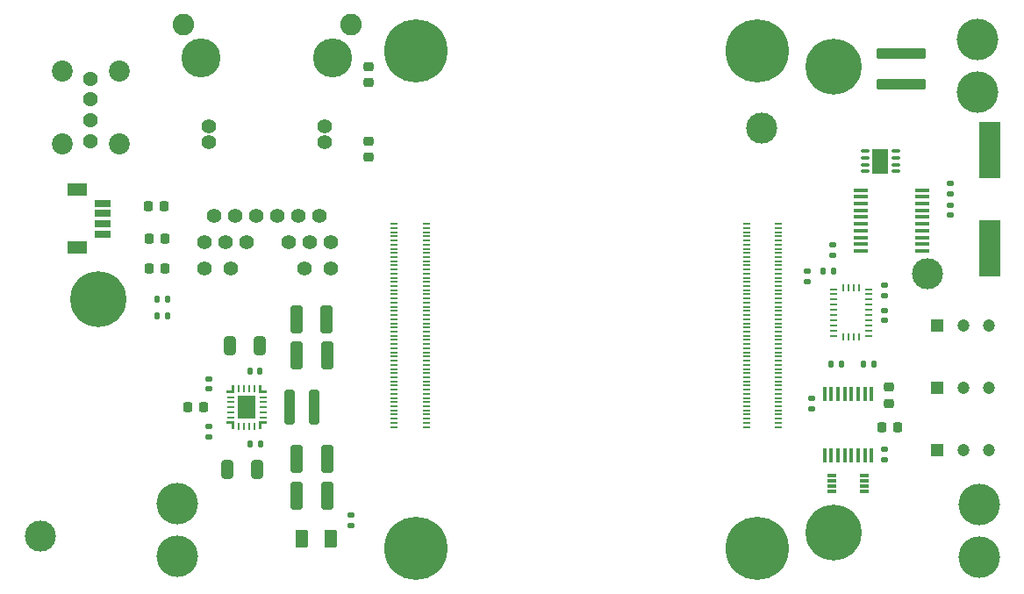
<source format=gts>
G04 #@! TF.GenerationSoftware,KiCad,Pcbnew,8.0.8*
G04 #@! TF.CreationDate,2025-07-30T13:33:19+02:00*
G04 #@! TF.ProjectId,overlord,6f766572-6c6f-4726-942e-6b696361645f,rev?*
G04 #@! TF.SameCoordinates,Original*
G04 #@! TF.FileFunction,Soldermask,Top*
G04 #@! TF.FilePolarity,Negative*
%FSLAX46Y46*%
G04 Gerber Fmt 4.6, Leading zero omitted, Abs format (unit mm)*
G04 Created by KiCad (PCBNEW 8.0.8) date 2025-07-30 13:33:19*
%MOMM*%
%LPD*%
G01*
G04 APERTURE LIST*
G04 Aperture macros list*
%AMRoundRect*
0 Rectangle with rounded corners*
0 $1 Rounding radius*
0 $2 $3 $4 $5 $6 $7 $8 $9 X,Y pos of 4 corners*
0 Add a 4 corners polygon primitive as box body*
4,1,4,$2,$3,$4,$5,$6,$7,$8,$9,$2,$3,0*
0 Add four circle primitives for the rounded corners*
1,1,$1+$1,$2,$3*
1,1,$1+$1,$4,$5*
1,1,$1+$1,$6,$7*
1,1,$1+$1,$8,$9*
0 Add four rect primitives between the rounded corners*
20,1,$1+$1,$2,$3,$4,$5,0*
20,1,$1+$1,$4,$5,$6,$7,0*
20,1,$1+$1,$6,$7,$8,$9,0*
20,1,$1+$1,$8,$9,$2,$3,0*%
%AMFreePoly0*
4,1,9,0.127000,-0.126998,0.635000,-0.126998,0.635000,-0.380998,0.127000,-0.380999,0.127000,-0.381000,-0.127000,-0.381000,-0.127000,0.381000,0.127000,0.381000,0.127000,-0.126998,0.127000,-0.126998,$1*%
%AMFreePoly1*
4,1,9,0.127000,-0.381000,-0.127000,-0.381000,-0.127000,-0.380999,-0.635000,-0.380998,-0.635000,-0.126998,-0.127000,-0.126998,-0.127000,0.381000,0.127000,0.381000,0.127000,-0.381000,0.127000,-0.381000,$1*%
%AMFreePoly2*
4,1,9,0.127000,-0.381000,-0.127000,-0.381000,-0.127000,0.126998,-0.635000,0.126998,-0.635000,0.380998,-0.127000,0.380999,-0.127000,0.381000,0.127000,0.381000,0.127000,-0.381000,0.127000,-0.381000,$1*%
%AMFreePoly3*
4,1,9,0.127000,0.380999,0.635000,0.380998,0.635000,0.126998,0.127000,0.126998,0.127000,-0.381000,-0.127000,-0.381000,-0.127000,0.381000,0.127000,0.381000,0.127000,0.380999,0.127000,0.380999,$1*%
G04 Aperture macros list end*
%ADD10C,6.100000*%
%ADD11R,0.700000X0.200000*%
%ADD12RoundRect,0.135000X-0.135000X-0.185000X0.135000X-0.185000X0.135000X0.185000X-0.135000X0.185000X0*%
%ADD13C,3.000000*%
%ADD14R,1.475000X0.450000*%
%ADD15C,4.000000*%
%ADD16RoundRect,0.250000X0.325000X1.100000X-0.325000X1.100000X-0.325000X-1.100000X0.325000X-1.100000X0*%
%ADD17R,1.200000X1.200000*%
%ADD18C,1.200000*%
%ADD19C,1.397000*%
%ADD20C,3.759200*%
%ADD21C,2.082800*%
%ADD22RoundRect,0.135000X-0.185000X0.135000X-0.185000X-0.135000X0.185000X-0.135000X0.185000X0.135000X0*%
%ADD23RoundRect,0.225000X0.225000X0.250000X-0.225000X0.250000X-0.225000X-0.250000X0.225000X-0.250000X0*%
%ADD24RoundRect,0.225000X-0.225000X-0.250000X0.225000X-0.250000X0.225000X0.250000X-0.225000X0.250000X0*%
%ADD25RoundRect,0.140000X-0.170000X0.140000X-0.170000X-0.140000X0.170000X-0.140000X0.170000X0.140000X0*%
%ADD26R,2.000000X5.500000*%
%ADD27C,0.800000*%
%ADD28C,5.400000*%
%ADD29R,0.675000X0.254000*%
%ADD30R,0.254000X0.675000*%
%ADD31RoundRect,0.075000X0.350000X0.075000X-0.350000X0.075000X-0.350000X-0.075000X0.350000X-0.075000X0*%
%ADD32R,1.600000X2.400000*%
%ADD33C,1.431000*%
%ADD34C,2.025000*%
%ADD35RoundRect,0.140000X0.140000X0.170000X-0.140000X0.170000X-0.140000X-0.170000X0.140000X-0.170000X0*%
%ADD36RoundRect,0.245000X-0.245000X-1.455000X0.245000X-1.455000X0.245000X1.455000X-0.245000X1.455000X0*%
%ADD37RoundRect,0.135000X0.185000X-0.135000X0.185000X0.135000X-0.185000X0.135000X-0.185000X-0.135000X0*%
%ADD38RoundRect,0.225000X0.250000X-0.225000X0.250000X0.225000X-0.250000X0.225000X-0.250000X-0.225000X0*%
%ADD39RoundRect,0.140000X-0.140000X-0.170000X0.140000X-0.170000X0.140000X0.170000X-0.140000X0.170000X0*%
%ADD40RoundRect,0.250000X-2.125000X0.275000X-2.125000X-0.275000X2.125000X-0.275000X2.125000X0.275000X0*%
%ADD41RoundRect,0.250000X-0.325000X-0.650000X0.325000X-0.650000X0.325000X0.650000X-0.325000X0.650000X0*%
%ADD42RoundRect,0.140000X0.170000X-0.140000X0.170000X0.140000X-0.170000X0.140000X-0.170000X-0.140000X0*%
%ADD43RoundRect,0.250000X-0.375000X-0.625000X0.375000X-0.625000X0.375000X0.625000X-0.375000X0.625000X0*%
%ADD44RoundRect,0.225000X-0.250000X0.225000X-0.250000X-0.225000X0.250000X-0.225000X0.250000X0.225000X0*%
%ADD45R,0.450000X1.475000*%
%ADD46R,0.850000X0.300000*%
%ADD47R,1.549400X0.660400*%
%ADD48R,1.905000X1.295400*%
%ADD49FreePoly0,90.000000*%
%ADD50R,0.762000X0.254000*%
%ADD51FreePoly1,90.000000*%
%ADD52R,0.254000X0.762000*%
%ADD53FreePoly2,90.000000*%
%ADD54FreePoly3,90.000000*%
%ADD55R,1.701800X2.209800*%
G04 APERTURE END LIST*
D10*
X106640000Y-57500000D03*
X106640000Y-105500000D03*
X139640000Y-57500000D03*
X139640000Y-105500000D03*
D11*
X104600000Y-74200000D03*
X107680000Y-74200000D03*
X104600000Y-74600000D03*
X107680000Y-74600000D03*
X104600000Y-75000000D03*
X107680000Y-75000000D03*
X104600000Y-75400000D03*
X107680000Y-75400000D03*
X104600000Y-75800000D03*
X107680000Y-75800000D03*
X104600000Y-76200000D03*
X107680000Y-76200000D03*
X104600000Y-76600000D03*
X107680000Y-76600000D03*
X104600000Y-77000000D03*
X107680000Y-77000000D03*
X104600000Y-77400000D03*
X107680000Y-77400000D03*
X104600000Y-77800000D03*
X107680000Y-77800000D03*
X104600000Y-78200000D03*
X107680000Y-78200000D03*
X104600000Y-78600000D03*
X107680000Y-78600000D03*
X104600000Y-79000000D03*
X107680000Y-79000000D03*
X104600000Y-79400000D03*
X107680000Y-79400000D03*
X104600000Y-79800000D03*
X107680000Y-79800000D03*
X104600000Y-80200000D03*
X107680000Y-80200000D03*
X104600000Y-80600000D03*
X107680000Y-80600000D03*
X104600000Y-81000000D03*
X107680000Y-81000000D03*
X104600000Y-81400000D03*
X107680000Y-81400000D03*
X104600000Y-81800000D03*
X107680000Y-81800000D03*
X104600000Y-82200000D03*
X107680000Y-82200000D03*
X104600000Y-82600000D03*
X107680000Y-82600000D03*
X104600000Y-83000000D03*
X107680000Y-83000000D03*
X104600000Y-83400000D03*
X107680000Y-83400000D03*
X104600000Y-83800000D03*
X107680000Y-83800000D03*
X104600000Y-84200000D03*
X107680000Y-84200000D03*
X104600000Y-84600000D03*
X107680000Y-84600000D03*
X104600000Y-85000000D03*
X107680000Y-85000000D03*
X104600000Y-85400000D03*
X107680000Y-85400000D03*
X104600000Y-85800000D03*
X107680000Y-85800000D03*
X104600000Y-86200000D03*
X107680000Y-86200000D03*
X104600000Y-86600000D03*
X107680000Y-86600000D03*
X104600000Y-87000000D03*
X107680000Y-87000000D03*
X104600000Y-87400000D03*
X107680000Y-87400000D03*
X104600000Y-87800000D03*
X107680000Y-87800000D03*
X104600000Y-88200000D03*
X107680000Y-88200000D03*
X104600000Y-88600000D03*
X107680000Y-88600000D03*
X104600000Y-89000000D03*
X107680000Y-89000000D03*
X104600000Y-89400000D03*
X107680000Y-89400000D03*
X104600000Y-89800000D03*
X107680000Y-89800000D03*
X104600000Y-90200000D03*
X107680000Y-90200000D03*
X104600000Y-90600000D03*
X107680000Y-90600000D03*
X104600000Y-91000000D03*
X107680000Y-91000000D03*
X104600000Y-91400000D03*
X107680000Y-91400000D03*
X104600000Y-91800000D03*
X107680000Y-91800000D03*
X104600000Y-92200000D03*
X107680000Y-92200000D03*
X104600000Y-92600000D03*
X107680000Y-92600000D03*
X104600000Y-93000000D03*
X107680000Y-93000000D03*
X104600000Y-93400000D03*
X107680000Y-93400000D03*
X104600000Y-93800000D03*
X107680000Y-93800000D03*
X138600000Y-74200000D03*
X141680000Y-74200000D03*
X138600000Y-74600000D03*
X141680000Y-74600000D03*
X138600000Y-75000000D03*
X141680000Y-75000000D03*
X138600000Y-75400000D03*
X141680000Y-75400000D03*
X138600000Y-75800000D03*
X141680000Y-75800000D03*
X138600000Y-76200000D03*
X141680000Y-76200000D03*
X138600000Y-76600000D03*
X141680000Y-76600000D03*
X138600000Y-77000000D03*
X141680000Y-77000000D03*
X138600000Y-77400000D03*
X141680000Y-77400000D03*
X138600000Y-77800000D03*
X141680000Y-77800000D03*
X138600000Y-78200000D03*
X141680000Y-78200000D03*
X138600000Y-78600000D03*
X141680000Y-78600000D03*
X138600000Y-79000000D03*
X141680000Y-79000000D03*
X138600000Y-79400000D03*
X141680000Y-79400000D03*
X138600000Y-79800000D03*
X141680000Y-79800000D03*
X138600000Y-80200000D03*
X141680000Y-80200000D03*
X138600000Y-80600000D03*
X141680000Y-80600000D03*
X138600000Y-81000000D03*
X141680000Y-81000000D03*
X138600000Y-81400000D03*
X141680000Y-81400000D03*
X138600000Y-81800000D03*
X141680000Y-81800000D03*
X138600000Y-82200000D03*
X141680000Y-82200000D03*
X138600000Y-82600000D03*
X141680000Y-82600000D03*
X138600000Y-83000000D03*
X141680000Y-83000000D03*
X138600000Y-83400000D03*
X141680000Y-83400000D03*
X138600000Y-83800000D03*
X141680000Y-83800000D03*
X138600000Y-84200000D03*
X141680000Y-84200000D03*
X138600000Y-84600000D03*
X141680000Y-84600000D03*
X138600000Y-85000000D03*
X141680000Y-85000000D03*
X138600000Y-85400000D03*
X141680000Y-85400000D03*
X138600000Y-85800000D03*
X141680000Y-85800000D03*
X138600000Y-86200000D03*
X141680000Y-86200000D03*
X138600000Y-86600000D03*
X141680000Y-86600000D03*
X138600000Y-87000000D03*
X141680000Y-87000000D03*
X138600000Y-87400000D03*
X141680000Y-87400000D03*
X138600000Y-87800000D03*
X141680000Y-87800000D03*
X138600000Y-88200000D03*
X141680000Y-88200000D03*
X138600000Y-88600000D03*
X141680000Y-88600000D03*
X138600000Y-89000000D03*
X141680000Y-89000000D03*
X138600000Y-89400000D03*
X141680000Y-89400000D03*
X138600000Y-89800000D03*
X141680000Y-89800000D03*
X138600000Y-90200000D03*
X141680000Y-90200000D03*
X138600000Y-90600000D03*
X141680000Y-90600000D03*
X138600000Y-91000000D03*
X141680000Y-91000000D03*
X138600000Y-91400000D03*
X141680000Y-91400000D03*
X138600000Y-91800000D03*
X141680000Y-91800000D03*
X138600000Y-92200000D03*
X141680000Y-92200000D03*
X138600000Y-92600000D03*
X141680000Y-92600000D03*
X138600000Y-93000000D03*
X141680000Y-93000000D03*
X138600000Y-93400000D03*
X141680000Y-93400000D03*
X138600000Y-93800000D03*
X141680000Y-93800000D03*
D12*
X81680000Y-81500000D03*
X82700000Y-81500000D03*
D13*
X156000000Y-79000000D03*
D14*
X155491500Y-76800000D03*
X155491500Y-76150000D03*
X155491500Y-75500000D03*
X155491500Y-74850000D03*
X155491500Y-74200000D03*
X155491500Y-73550000D03*
X155491500Y-72900000D03*
X155491500Y-72250000D03*
X155491500Y-71600000D03*
X155491500Y-70950000D03*
X149615500Y-70950000D03*
X149615500Y-71600000D03*
X149615500Y-72250000D03*
X149615500Y-72900000D03*
X149615500Y-73550000D03*
X149615500Y-74200000D03*
X149615500Y-74850000D03*
X149615500Y-75500000D03*
X149615500Y-76150000D03*
X149615500Y-76800000D03*
D15*
X160900000Y-56420000D03*
X160900000Y-61500000D03*
D12*
X145935000Y-78800000D03*
X146955000Y-78800000D03*
D16*
X98123000Y-100415000D03*
X95173000Y-100415000D03*
D17*
X157000000Y-84000000D03*
D18*
X159500000Y-84000000D03*
X162000000Y-84000000D03*
D19*
X87237000Y-73410000D03*
X89267000Y-73410000D03*
X91297000Y-73410000D03*
X93327000Y-73410000D03*
X95357000Y-73410000D03*
X97387000Y-73410000D03*
X86280500Y-75950000D03*
X88310500Y-75950000D03*
X90340500Y-75950000D03*
X94410500Y-75950000D03*
X96440500Y-75950000D03*
X98470500Y-75950000D03*
X86280500Y-78490000D03*
X88820500Y-78490000D03*
X95930508Y-78490000D03*
X98470508Y-78490000D03*
X86724000Y-66300000D03*
X97900000Y-66300000D03*
X86724000Y-64830000D03*
X97900000Y-64830000D03*
D20*
X98662000Y-58170000D03*
X85962000Y-58170000D03*
D21*
X100377000Y-54990000D03*
X84247000Y-54990000D03*
D22*
X151916586Y-95951786D03*
X151916586Y-96971786D03*
D23*
X82475000Y-75600000D03*
X80925000Y-75600000D03*
D24*
X151624186Y-93820186D03*
X153174186Y-93820186D03*
D22*
X151900000Y-80080000D03*
X151900000Y-81100000D03*
D25*
X158200000Y-70320000D03*
X158200000Y-71280000D03*
D12*
X81690000Y-83100000D03*
X82710000Y-83100000D03*
D17*
X157000000Y-90000000D03*
D18*
X159500000Y-90000000D03*
X162000000Y-90000000D03*
D26*
X162012500Y-67050000D03*
X162012500Y-76550000D03*
D27*
X144975000Y-104000000D03*
X145568109Y-102568109D03*
X145568109Y-105431891D03*
X147000000Y-101975000D03*
D28*
X147000000Y-104000000D03*
D27*
X147000000Y-106025000D03*
X148431891Y-102568109D03*
X148431891Y-105431891D03*
X149025000Y-104000000D03*
D29*
X147005000Y-85000000D03*
D30*
X147917500Y-85137500D03*
X148417500Y-85137500D03*
X148917500Y-85137500D03*
X149417500Y-85137500D03*
D29*
X150330000Y-85000000D03*
X150330000Y-84500000D03*
X150330000Y-84000000D03*
X150330000Y-83500000D03*
X150330000Y-83000000D03*
X150330000Y-82500000D03*
X150330000Y-82000000D03*
X150330000Y-81500000D03*
X150330000Y-81000000D03*
X150330000Y-80500000D03*
D30*
X149417500Y-80362500D03*
X148917500Y-80362500D03*
X148417500Y-80362500D03*
X147917500Y-80362500D03*
D29*
X147005000Y-80500000D03*
X147005000Y-81000000D03*
X147005000Y-81500000D03*
X147005000Y-82000000D03*
X147005000Y-82500000D03*
X147005000Y-83000000D03*
X147005000Y-83500000D03*
X147005000Y-84000000D03*
X147005000Y-84500000D03*
D23*
X86173000Y-91915000D03*
X84623000Y-91915000D03*
D15*
X83673000Y-101225000D03*
X83673000Y-106305000D03*
D31*
X152953500Y-69125000D03*
X152953500Y-68475000D03*
X152953500Y-67825000D03*
X152953500Y-67175000D03*
X150053500Y-67175000D03*
X150053500Y-67825000D03*
X150053500Y-68475000D03*
X150053500Y-69125000D03*
D32*
X151503500Y-68150000D03*
D27*
X144975000Y-59000000D03*
X145568109Y-57568109D03*
X145568109Y-60431891D03*
X147000000Y-56975000D03*
D28*
X147000000Y-59000000D03*
D27*
X147000000Y-61025000D03*
X148431891Y-57568109D03*
X148431891Y-60431891D03*
X149025000Y-59000000D03*
D13*
X70400000Y-104300000D03*
D25*
X86673000Y-89135000D03*
X86673000Y-90095000D03*
D15*
X161000000Y-101260000D03*
X161000000Y-106340000D03*
D23*
X82475000Y-78500000D03*
X80925000Y-78500000D03*
D33*
X75300000Y-60204000D03*
X75300000Y-62204000D03*
X75300000Y-64204000D03*
X75300000Y-66204000D03*
D34*
X78020000Y-66474000D03*
X78020000Y-59474000D03*
X72580000Y-66474000D03*
X72580000Y-59474000D03*
D35*
X147725000Y-87700000D03*
X146765000Y-87700000D03*
D36*
X94488000Y-91915000D03*
X96858000Y-91915000D03*
D37*
X146900000Y-77210000D03*
X146900000Y-76190000D03*
D38*
X102100000Y-60575000D03*
X102100000Y-59025000D03*
D39*
X90713000Y-95415000D03*
X91673000Y-95415000D03*
D40*
X153500000Y-57750000D03*
X153500000Y-60700000D03*
D41*
X88688000Y-85915000D03*
X91638000Y-85915000D03*
D38*
X152322986Y-91521786D03*
X152322986Y-89971786D03*
D42*
X151910000Y-83530000D03*
X151910000Y-82570000D03*
D13*
X140000000Y-65000000D03*
D43*
X95673000Y-104615000D03*
X98473000Y-104615000D03*
D22*
X144400000Y-78790000D03*
X144400000Y-79810000D03*
D16*
X98073000Y-83415000D03*
X95123000Y-83415000D03*
D44*
X102100000Y-66225000D03*
X102100000Y-67775000D03*
D23*
X82375000Y-72500000D03*
X80825000Y-72500000D03*
D45*
X150658386Y-90645586D03*
X150008386Y-90645586D03*
X149358386Y-90645586D03*
X148708386Y-90645586D03*
X148058386Y-90645586D03*
X147408386Y-90645586D03*
X146758386Y-90645586D03*
X146108386Y-90645586D03*
X146108386Y-96521586D03*
X146758386Y-96521586D03*
X147408386Y-96521586D03*
X148058386Y-96521586D03*
X148708386Y-96521586D03*
X149358386Y-96521586D03*
X150008386Y-96521586D03*
X150658386Y-96521586D03*
D46*
X149983386Y-100016586D03*
X149983386Y-99516586D03*
X149983386Y-99016586D03*
X149983386Y-98516586D03*
X146833386Y-98516586D03*
X146833386Y-99016586D03*
X146833386Y-99516586D03*
X146833386Y-100016586D03*
D37*
X86673000Y-94725000D03*
X86673000Y-93705000D03*
D27*
X73975000Y-81500000D03*
X74568109Y-80068109D03*
X74568109Y-82931891D03*
X76000000Y-79475000D03*
D28*
X76000000Y-81500000D03*
D27*
X76000000Y-83525000D03*
X77431891Y-80068109D03*
X77431891Y-82931891D03*
X78025000Y-81500000D03*
D37*
X144880786Y-92069586D03*
X144880786Y-91049586D03*
D42*
X158212500Y-73380000D03*
X158212500Y-72420000D03*
D37*
X100373000Y-103325000D03*
X100373000Y-102305000D03*
D16*
X98098000Y-86915000D03*
X95148000Y-86915000D03*
D47*
X76472201Y-75200000D03*
X76472201Y-74199999D03*
X76472201Y-73200001D03*
X76472201Y-72200000D03*
D48*
X74002201Y-76499999D03*
X74002201Y-70900001D03*
D41*
X88443000Y-97870000D03*
X91393000Y-97870000D03*
D49*
X88772999Y-90414496D03*
D50*
X88772999Y-90914622D03*
X88772999Y-91414748D03*
X88772999Y-91914874D03*
X88772999Y-92415000D03*
X88772999Y-92915126D03*
D51*
X88772999Y-93415252D03*
D52*
X89597811Y-93739874D03*
X90097937Y-93739874D03*
X90598063Y-93739874D03*
X91098189Y-93739874D03*
D53*
X91923001Y-93415252D03*
D50*
X91923001Y-92915126D03*
X91923001Y-92415000D03*
X91923001Y-91914874D03*
X91923001Y-91414748D03*
X91923001Y-90914622D03*
D54*
X91923001Y-90414496D03*
D52*
X91098189Y-90089874D03*
X90598063Y-90089874D03*
X90097937Y-90089874D03*
X89597811Y-90089874D03*
D55*
X90348000Y-91914874D03*
D12*
X149880000Y-87700000D03*
X150900000Y-87700000D03*
D16*
X98123000Y-96915000D03*
X95173000Y-96915000D03*
D17*
X157000000Y-96000000D03*
D18*
X159500000Y-96000000D03*
X162000000Y-96000000D03*
D39*
X90673000Y-88415000D03*
X91633000Y-88415000D03*
M02*

</source>
